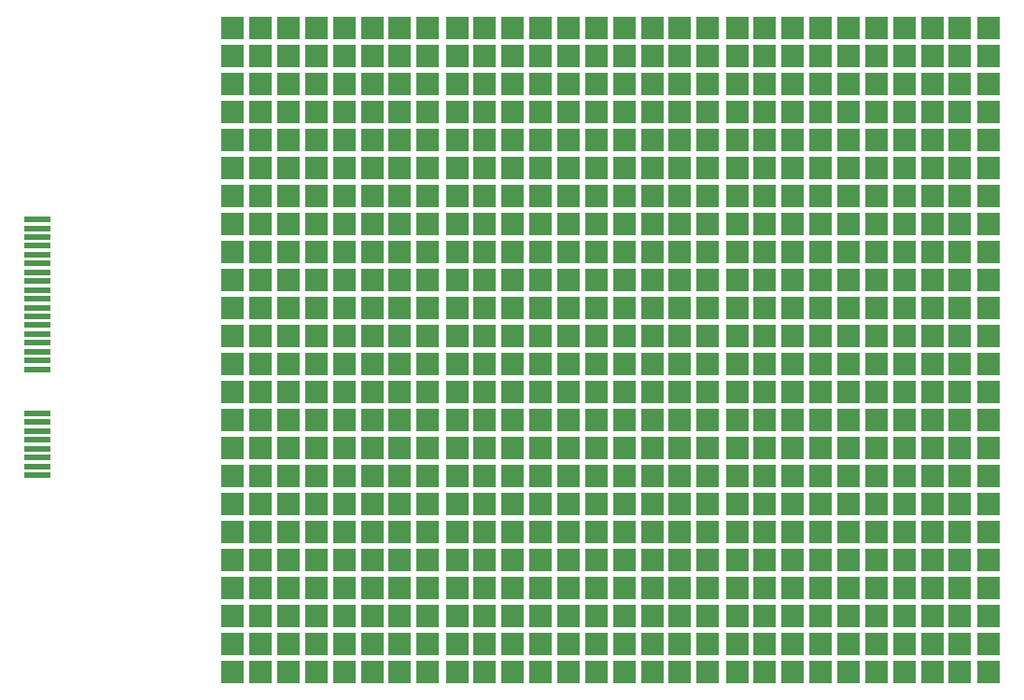
<source format=gbr>
%TF.GenerationSoftware,KiCad,Pcbnew,(6.0.7)*%
%TF.CreationDate,2023-01-04T15:29:54-05:00*%
%TF.ProjectId,PrototypeBoard,50726f74-6f74-4797-9065-426f6172642e,rev?*%
%TF.SameCoordinates,Original*%
%TF.FileFunction,Soldermask,Top*%
%TF.FilePolarity,Negative*%
%FSLAX46Y46*%
G04 Gerber Fmt 4.6, Leading zero omitted, Abs format (unit mm)*
G04 Created by KiCad (PCBNEW (6.0.7)) date 2023-01-04 15:29:54*
%MOMM*%
%LPD*%
G01*
G04 APERTURE LIST*
%ADD10R,2.350000X0.600000*%
%ADD11R,2.000000X2.000000*%
G04 APERTURE END LIST*
D10*
%TO.C,J1*%
X91539412Y-111709558D03*
X91539412Y-110909558D03*
X91539412Y-110109558D03*
X91539412Y-109309558D03*
X91539412Y-108509558D03*
X91539412Y-107709558D03*
X91539412Y-106909558D03*
X91539412Y-106109558D03*
X91539412Y-102109558D03*
X91539412Y-101309558D03*
X91539412Y-100509558D03*
X91539412Y-99709558D03*
X91539412Y-98909558D03*
X91539412Y-98109558D03*
X91539412Y-97309558D03*
X91539412Y-96509558D03*
X91539412Y-95709558D03*
X91539412Y-94909558D03*
X91539412Y-94109558D03*
X91539412Y-93309558D03*
X91539412Y-92509558D03*
X91539412Y-91709558D03*
X91539412Y-90909558D03*
X91539412Y-90109558D03*
X91539412Y-89309558D03*
X91539412Y-88509558D03*
%TD*%
D11*
%TO.C,J2*%
X177800000Y-71120000D03*
X121920000Y-71120000D03*
X144780000Y-71120000D03*
X165100000Y-71120000D03*
X129621070Y-71174005D03*
X134620000Y-71120000D03*
X139700000Y-71120000D03*
X111760000Y-71120000D03*
X132080000Y-71120000D03*
X114300000Y-71120000D03*
X142240000Y-71120000D03*
X124422847Y-71174005D03*
X147320000Y-71120000D03*
X157480000Y-71120000D03*
X152325695Y-71174005D03*
X126925695Y-71174005D03*
X119380000Y-71120000D03*
X137160000Y-71120000D03*
X162560000Y-71120000D03*
X155021070Y-71174005D03*
X160020000Y-71120000D03*
X149822847Y-71174005D03*
X167640000Y-71120000D03*
X172720000Y-71120000D03*
X170180000Y-71120000D03*
X116840000Y-71120000D03*
X175222847Y-71174005D03*
X114300000Y-73660000D03*
X124422847Y-73714005D03*
X137160000Y-73660000D03*
X129621070Y-73714005D03*
X126925695Y-73714005D03*
X175222847Y-73714005D03*
X119380000Y-73660000D03*
X155021070Y-73714005D03*
X165100000Y-73660000D03*
X134620000Y-73660000D03*
X111760000Y-73660000D03*
X144780000Y-73660000D03*
X152325695Y-73714005D03*
X121920000Y-73660000D03*
X116840000Y-73660000D03*
X172720000Y-73660000D03*
X132080000Y-73660000D03*
X149822847Y-73714005D03*
X162560000Y-73660000D03*
X170180000Y-73660000D03*
X142240000Y-73660000D03*
X139700000Y-73660000D03*
X157480000Y-73660000D03*
X177800000Y-73660000D03*
X147320000Y-73660000D03*
X160020000Y-73660000D03*
X167640000Y-73660000D03*
X144780000Y-76200000D03*
X121920000Y-76200000D03*
X119380000Y-76200000D03*
X134620000Y-76200000D03*
X175222847Y-76254005D03*
X129621070Y-76254005D03*
X142240000Y-76200000D03*
X170180000Y-76200000D03*
X172720000Y-76200000D03*
X177800000Y-76200000D03*
X139700000Y-76200000D03*
X137160000Y-76200000D03*
X116840000Y-76200000D03*
X149822847Y-76254005D03*
X132080000Y-76200000D03*
X165100000Y-76200000D03*
X162560000Y-76200000D03*
X147320000Y-76200000D03*
X124422847Y-76254005D03*
X114300000Y-76200000D03*
X152325695Y-76254005D03*
X111760000Y-76200000D03*
X167640000Y-76200000D03*
X126925695Y-76254005D03*
X157480000Y-76200000D03*
X160020000Y-76200000D03*
X155021070Y-76254005D03*
X114300000Y-78740000D03*
X142240000Y-78740000D03*
X129621070Y-78794005D03*
X149822847Y-78794005D03*
X170180000Y-78740000D03*
X147320000Y-78740000D03*
X165100000Y-78740000D03*
X116840000Y-78740000D03*
X139700000Y-78740000D03*
X172720000Y-78740000D03*
X155021070Y-78794005D03*
X132080000Y-78740000D03*
X177800000Y-78740000D03*
X134620000Y-78740000D03*
X126925695Y-78794005D03*
X157480000Y-78740000D03*
X137160000Y-78740000D03*
X167640000Y-78740000D03*
X175222847Y-78794005D03*
X144780000Y-78740000D03*
X119380000Y-78740000D03*
X121920000Y-78740000D03*
X160020000Y-78740000D03*
X162560000Y-78740000D03*
X111760000Y-78740000D03*
X124422847Y-78794005D03*
X152325695Y-78794005D03*
X114300000Y-81280000D03*
X157480000Y-81280000D03*
X149822847Y-81334005D03*
X124422847Y-81334005D03*
X167640000Y-81280000D03*
X175222847Y-81334005D03*
X126925695Y-81334005D03*
X134620000Y-81280000D03*
X162560000Y-81280000D03*
X155021070Y-81334005D03*
X147320000Y-81280000D03*
X132080000Y-81280000D03*
X119380000Y-81280000D03*
X144780000Y-81280000D03*
X121920000Y-81280000D03*
X177800000Y-81280000D03*
X165100000Y-81280000D03*
X116840000Y-81280000D03*
X152325695Y-81334005D03*
X111760000Y-81280000D03*
X129621070Y-81334005D03*
X142240000Y-81280000D03*
X139700000Y-81280000D03*
X137160000Y-81280000D03*
X160020000Y-81280000D03*
X172720000Y-81280000D03*
X170180000Y-81280000D03*
X116840000Y-83820000D03*
X157480000Y-83820000D03*
X137160000Y-83820000D03*
X132080000Y-83820000D03*
X167640000Y-83820000D03*
X170180000Y-83820000D03*
X142240000Y-83820000D03*
X165100000Y-83820000D03*
X155021070Y-83874005D03*
X162560000Y-83820000D03*
X111760000Y-83820000D03*
X175222847Y-83874005D03*
X139700000Y-83820000D03*
X144780000Y-83820000D03*
X114300000Y-83820000D03*
X152325695Y-83874005D03*
X124422847Y-83874005D03*
X160020000Y-83820000D03*
X129621070Y-83874005D03*
X121920000Y-83820000D03*
X172720000Y-83820000D03*
X134620000Y-83820000D03*
X126925695Y-83874005D03*
X119380000Y-83820000D03*
X177800000Y-83820000D03*
X147320000Y-83820000D03*
X149822847Y-83874005D03*
X172720000Y-86360000D03*
X137160000Y-86360000D03*
X149822847Y-86414005D03*
X114300000Y-86360000D03*
X167640000Y-86360000D03*
X175222847Y-86414005D03*
X160020000Y-86360000D03*
X177800000Y-86360000D03*
X170180000Y-86360000D03*
X119380000Y-86360000D03*
X132080000Y-86360000D03*
X142240000Y-86360000D03*
X155021070Y-86414005D03*
X152325695Y-86414005D03*
X162560000Y-86360000D03*
X121920000Y-86360000D03*
X116840000Y-86360000D03*
X129621070Y-86414005D03*
X144780000Y-86360000D03*
X157480000Y-86360000D03*
X126925695Y-86414005D03*
X111760000Y-86360000D03*
X147320000Y-86360000D03*
X124422847Y-86414005D03*
X165100000Y-86360000D03*
X139700000Y-86360000D03*
X134620000Y-86360000D03*
X157480000Y-88900000D03*
X119380000Y-88900000D03*
X134620000Y-88900000D03*
X172720000Y-88900000D03*
X170180000Y-88900000D03*
X111760000Y-88900000D03*
X142240000Y-88900000D03*
X124422847Y-88954005D03*
X116840000Y-88900000D03*
X165100000Y-88900000D03*
X137160000Y-88900000D03*
X162560000Y-88900000D03*
X139700000Y-88900000D03*
X152325695Y-88954005D03*
X175222847Y-88954005D03*
X114300000Y-88900000D03*
X121920000Y-88900000D03*
X149822847Y-88954005D03*
X126925695Y-88954005D03*
X132080000Y-88900000D03*
X129621070Y-88954005D03*
X167640000Y-88900000D03*
X177800000Y-88900000D03*
X144780000Y-88900000D03*
X160020000Y-88900000D03*
X147320000Y-88900000D03*
X155021070Y-88954005D03*
X152325695Y-91494005D03*
X116840000Y-91440000D03*
X147320000Y-91440000D03*
X111760000Y-91440000D03*
X162560000Y-91440000D03*
X142240000Y-91440000D03*
X157480000Y-91440000D03*
X155021070Y-91494005D03*
X167640000Y-91440000D03*
X119380000Y-91440000D03*
X139700000Y-91440000D03*
X175222847Y-91494005D03*
X132080000Y-91440000D03*
X177800000Y-91440000D03*
X172720000Y-91440000D03*
X170180000Y-91440000D03*
X137160000Y-91440000D03*
X121920000Y-91440000D03*
X114300000Y-91440000D03*
X144780000Y-91440000D03*
X149822847Y-91494005D03*
X134620000Y-91440000D03*
X126925695Y-91494005D03*
X160020000Y-91440000D03*
X124422847Y-91494005D03*
X165100000Y-91440000D03*
X129621070Y-91494005D03*
X172720000Y-93980000D03*
X165100000Y-93980000D03*
X170180000Y-93980000D03*
X177800000Y-93980000D03*
X114300000Y-93980000D03*
X124422847Y-94034005D03*
X121920000Y-93980000D03*
X116840000Y-93980000D03*
X129621070Y-94034005D03*
X119380000Y-93980000D03*
X139700000Y-93980000D03*
X152325695Y-94034005D03*
X160020000Y-93980000D03*
X167640000Y-93980000D03*
X144780000Y-93980000D03*
X175222847Y-94034005D03*
X162560000Y-93980000D03*
X142240000Y-93980000D03*
X155021070Y-94034005D03*
X132080000Y-93980000D03*
X137160000Y-93980000D03*
X157480000Y-93980000D03*
X111760000Y-93980000D03*
X149822847Y-94034005D03*
X126925695Y-94034005D03*
X147320000Y-93980000D03*
X134620000Y-93980000D03*
X167640000Y-96520000D03*
X157480000Y-96520000D03*
X152325695Y-96574005D03*
X177800000Y-96520000D03*
X121920000Y-96520000D03*
X172720000Y-96520000D03*
X129621070Y-96574005D03*
X144780000Y-96520000D03*
X134620000Y-96520000D03*
X116840000Y-96520000D03*
X124422847Y-96574005D03*
X160020000Y-96520000D03*
X119380000Y-96520000D03*
X170180000Y-96520000D03*
X137160000Y-96520000D03*
X149822847Y-96574005D03*
X155021070Y-96574005D03*
X175222847Y-96574005D03*
X111760000Y-96520000D03*
X114300000Y-96520000D03*
X162560000Y-96520000D03*
X139700000Y-96520000D03*
X132080000Y-96520000D03*
X165100000Y-96520000D03*
X147320000Y-96520000D03*
X126925695Y-96574005D03*
X142240000Y-96520000D03*
X149822847Y-99114005D03*
X157480000Y-99060000D03*
X162560000Y-99060000D03*
X116840000Y-99060000D03*
X172720000Y-99060000D03*
X155021070Y-99114005D03*
X121920000Y-99060000D03*
X137160000Y-99060000D03*
X147320000Y-99060000D03*
X111760000Y-99060000D03*
X152325695Y-99114005D03*
X114300000Y-99060000D03*
X129621070Y-99114005D03*
X139700000Y-99060000D03*
X177800000Y-99060000D03*
X132080000Y-99060000D03*
X167640000Y-99060000D03*
X142240000Y-99060000D03*
X144780000Y-99060000D03*
X124422847Y-99114005D03*
X175222847Y-99114005D03*
X134620000Y-99060000D03*
X119380000Y-99060000D03*
X126925695Y-99114005D03*
X165100000Y-99060000D03*
X160020000Y-99060000D03*
X170180000Y-99060000D03*
X111760000Y-101600000D03*
X149822847Y-101654005D03*
X132080000Y-101600000D03*
X126925695Y-101654005D03*
X121920000Y-101600000D03*
X142240000Y-101600000D03*
X157480000Y-101600000D03*
X165100000Y-101600000D03*
X134620000Y-101600000D03*
X124422847Y-101654005D03*
X175222847Y-101654005D03*
X162560000Y-101600000D03*
X116840000Y-101600000D03*
X137160000Y-101600000D03*
X129621070Y-101654005D03*
X172720000Y-101600000D03*
X155021070Y-101654005D03*
X160020000Y-101600000D03*
X177800000Y-101600000D03*
X167640000Y-101600000D03*
X147320000Y-101600000D03*
X114300000Y-101600000D03*
X152325695Y-101654005D03*
X170180000Y-101600000D03*
X119380000Y-101600000D03*
X139700000Y-101600000D03*
X144780000Y-101600000D03*
X114300000Y-104140000D03*
X126925695Y-104194005D03*
X152325695Y-104194005D03*
X165100000Y-104140000D03*
X134620000Y-104140000D03*
X119380000Y-104140000D03*
X155021070Y-104194005D03*
X111760000Y-104140000D03*
X177800000Y-104140000D03*
X147320000Y-104140000D03*
X175222847Y-104194005D03*
X129621070Y-104194005D03*
X144780000Y-104140000D03*
X121920000Y-104140000D03*
X149822847Y-104194005D03*
X137160000Y-104140000D03*
X160020000Y-104140000D03*
X170180000Y-104140000D03*
X167640000Y-104140000D03*
X139700000Y-104140000D03*
X142240000Y-104140000D03*
X124422847Y-104194005D03*
X162560000Y-104140000D03*
X157480000Y-104140000D03*
X172720000Y-104140000D03*
X132080000Y-104140000D03*
X116840000Y-104140000D03*
X175222847Y-106734005D03*
X139700000Y-106680000D03*
X134620000Y-106680000D03*
X126925695Y-106734005D03*
X111760000Y-106680000D03*
X147320000Y-106680000D03*
X124422847Y-106734005D03*
X116840000Y-106680000D03*
X160020000Y-106680000D03*
X144780000Y-106680000D03*
X132080000Y-106680000D03*
X155021070Y-106734005D03*
X162560000Y-106680000D03*
X119380000Y-106680000D03*
X167640000Y-106680000D03*
X165100000Y-106680000D03*
X137160000Y-106680000D03*
X177800000Y-106680000D03*
X114300000Y-106680000D03*
X152325695Y-106734005D03*
X172720000Y-106680000D03*
X157480000Y-106680000D03*
X170180000Y-106680000D03*
X129621070Y-106734005D03*
X121920000Y-106680000D03*
X149822847Y-106734005D03*
X142240000Y-106680000D03*
X124422847Y-109274005D03*
X137160000Y-109220000D03*
X111760000Y-109220000D03*
X129621070Y-109274005D03*
X119380000Y-109220000D03*
X175222847Y-109274005D03*
X160020000Y-109220000D03*
X149822847Y-109274005D03*
X126925695Y-109274005D03*
X144780000Y-109220000D03*
X116840000Y-109220000D03*
X121920000Y-109220000D03*
X157480000Y-109220000D03*
X142240000Y-109220000D03*
X114300000Y-109220000D03*
X139700000Y-109220000D03*
X147320000Y-109220000D03*
X172720000Y-109220000D03*
X165100000Y-109220000D03*
X162560000Y-109220000D03*
X152325695Y-109274005D03*
X132080000Y-109220000D03*
X134620000Y-109220000D03*
X155021070Y-109274005D03*
X170180000Y-109220000D03*
X177800000Y-109220000D03*
X167640000Y-109220000D03*
X162560000Y-111760000D03*
X126925695Y-111814005D03*
X132080000Y-111760000D03*
X157480000Y-111760000D03*
X155021070Y-111814005D03*
X134620000Y-111760000D03*
X175222847Y-111814005D03*
X160020000Y-111760000D03*
X139700000Y-111760000D03*
X116840000Y-111760000D03*
X121920000Y-111760000D03*
X152325695Y-111814005D03*
X142240000Y-111760000D03*
X167640000Y-111760000D03*
X165100000Y-111760000D03*
X129621070Y-111814005D03*
X137160000Y-111760000D03*
X170180000Y-111760000D03*
X124422847Y-111814005D03*
X119380000Y-111760000D03*
X147320000Y-111760000D03*
X172720000Y-111760000D03*
X177800000Y-111760000D03*
X111760000Y-111760000D03*
X114300000Y-111760000D03*
X144780000Y-111760000D03*
X149822847Y-111814005D03*
X172720000Y-114300000D03*
X111760000Y-114300000D03*
X121920000Y-114300000D03*
X119380000Y-114300000D03*
X157480000Y-114300000D03*
X167640000Y-114300000D03*
X162560000Y-114300000D03*
X155021070Y-114354005D03*
X147320000Y-114300000D03*
X144780000Y-114300000D03*
X137160000Y-114300000D03*
X126925695Y-114354005D03*
X142240000Y-114300000D03*
X124422847Y-114354005D03*
X114300000Y-114300000D03*
X175222847Y-114354005D03*
X177800000Y-114300000D03*
X134620000Y-114300000D03*
X132080000Y-114300000D03*
X152325695Y-114354005D03*
X129621070Y-114354005D03*
X139700000Y-114300000D03*
X165100000Y-114300000D03*
X170180000Y-114300000D03*
X116840000Y-114300000D03*
X149822847Y-114354005D03*
X160020000Y-114300000D03*
X149822847Y-116894005D03*
X142240000Y-116840000D03*
X116840000Y-116840000D03*
X155021070Y-116894005D03*
X126925695Y-116894005D03*
X129621070Y-116894005D03*
X137160000Y-116840000D03*
X132080000Y-116840000D03*
X139700000Y-116840000D03*
X152325695Y-116894005D03*
X160020000Y-116840000D03*
X114300000Y-116840000D03*
X144780000Y-116840000D03*
X119380000Y-116840000D03*
X170180000Y-116840000D03*
X124422847Y-116894005D03*
X121920000Y-116840000D03*
X162560000Y-116840000D03*
X157480000Y-116840000D03*
X172720000Y-116840000D03*
X111760000Y-116840000D03*
X177800000Y-116840000D03*
X147320000Y-116840000D03*
X134620000Y-116840000D03*
X175222847Y-116894005D03*
X165100000Y-116840000D03*
X167640000Y-116840000D03*
X132080000Y-119380000D03*
X157480000Y-119380000D03*
X172720000Y-119380000D03*
X124422847Y-119434005D03*
X111760000Y-119380000D03*
X129621070Y-119434005D03*
X152325695Y-119434005D03*
X134620000Y-119380000D03*
X177800000Y-119380000D03*
X139700000Y-119380000D03*
X149822847Y-119434005D03*
X147320000Y-119380000D03*
X160020000Y-119380000D03*
X167640000Y-119380000D03*
X126925695Y-119434005D03*
X137160000Y-119380000D03*
X114300000Y-119380000D03*
X119380000Y-119380000D03*
X170180000Y-119380000D03*
X116840000Y-119380000D03*
X162560000Y-119380000D03*
X144780000Y-119380000D03*
X155021070Y-119434005D03*
X175222847Y-119434005D03*
X142240000Y-119380000D03*
X121920000Y-119380000D03*
X165100000Y-119380000D03*
X172720000Y-121920000D03*
X152325695Y-121974005D03*
X157480000Y-121920000D03*
X147320000Y-121920000D03*
X139700000Y-121920000D03*
X149822847Y-121974005D03*
X134620000Y-121920000D03*
X114300000Y-121920000D03*
X175222847Y-121974005D03*
X162560000Y-121920000D03*
X137160000Y-121920000D03*
X142240000Y-121920000D03*
X170180000Y-121920000D03*
X124422847Y-121974005D03*
X160020000Y-121920000D03*
X116840000Y-121920000D03*
X167640000Y-121920000D03*
X165100000Y-121920000D03*
X132080000Y-121920000D03*
X129621070Y-121974005D03*
X144780000Y-121920000D03*
X111760000Y-121920000D03*
X126925695Y-121974005D03*
X155021070Y-121974005D03*
X121920000Y-121920000D03*
X177800000Y-121920000D03*
X119380000Y-121920000D03*
X152325695Y-124514005D03*
X139700000Y-124460000D03*
X167640000Y-124460000D03*
X165100000Y-124460000D03*
X157480000Y-124460000D03*
X124422847Y-124514005D03*
X111760000Y-124460000D03*
X177800000Y-124460000D03*
X144780000Y-124460000D03*
X121920000Y-124460000D03*
X137160000Y-124460000D03*
X170180000Y-124460000D03*
X155021070Y-124514005D03*
X175222847Y-124514005D03*
X147320000Y-124460000D03*
X126925695Y-124514005D03*
X162560000Y-124460000D03*
X132080000Y-124460000D03*
X149822847Y-124514005D03*
X172720000Y-124460000D03*
X160020000Y-124460000D03*
X116840000Y-124460000D03*
X114300000Y-124460000D03*
X142240000Y-124460000D03*
X119380000Y-124460000D03*
X129621070Y-124514005D03*
X134620000Y-124460000D03*
X170180000Y-127000000D03*
X165100000Y-127000000D03*
X162560000Y-127000000D03*
X114300000Y-127000000D03*
X132080000Y-127000000D03*
X134620000Y-127000000D03*
X177800000Y-127000000D03*
X129621070Y-127054005D03*
X121920000Y-127000000D03*
X160020000Y-127000000D03*
X172720000Y-127000000D03*
X149822847Y-127054005D03*
X137160000Y-127000000D03*
X157480000Y-127000000D03*
X116840000Y-127000000D03*
X155021070Y-127054005D03*
X147320000Y-127000000D03*
X139700000Y-127000000D03*
X142240000Y-127000000D03*
X124422847Y-127054005D03*
X175222847Y-127054005D03*
X126925695Y-127054005D03*
X111760000Y-127000000D03*
X152325695Y-127054005D03*
X167640000Y-127000000D03*
X119380000Y-127000000D03*
X144780000Y-127000000D03*
X124422847Y-129594005D03*
X114300000Y-129540000D03*
X177800000Y-129540000D03*
X111760000Y-129540000D03*
X129621070Y-129594005D03*
X116840000Y-129540000D03*
X170180000Y-129540000D03*
X175222847Y-129594005D03*
X165100000Y-129540000D03*
X157480000Y-129540000D03*
X162560000Y-129540000D03*
X137160000Y-129540000D03*
X147320000Y-129540000D03*
X139700000Y-129540000D03*
X167640000Y-129540000D03*
X126925695Y-129594005D03*
X172720000Y-129540000D03*
X152325695Y-129594005D03*
X149822847Y-129594005D03*
X144780000Y-129540000D03*
X119380000Y-129540000D03*
X121920000Y-129540000D03*
X160020000Y-129540000D03*
X132080000Y-129540000D03*
X134620000Y-129540000D03*
X142240000Y-129540000D03*
X155021070Y-129594005D03*
X109220000Y-71120000D03*
X109220000Y-73660000D03*
X109220000Y-76200000D03*
X109220000Y-78740000D03*
X109220000Y-81280000D03*
X109220000Y-83820000D03*
X109220000Y-86360000D03*
X109220000Y-88900000D03*
X109220000Y-91440000D03*
X109220000Y-93980000D03*
X109220000Y-96520000D03*
X109220000Y-99060000D03*
X109220000Y-101600000D03*
X109220000Y-104140000D03*
X109220000Y-106680000D03*
X109220000Y-109220000D03*
X109220000Y-111760000D03*
X109220000Y-114300000D03*
X109220000Y-116840000D03*
X109220000Y-119380000D03*
X109220000Y-121920000D03*
X109220000Y-124460000D03*
X109220000Y-127000000D03*
X109220000Y-129540000D03*
%TD*%
M02*

</source>
